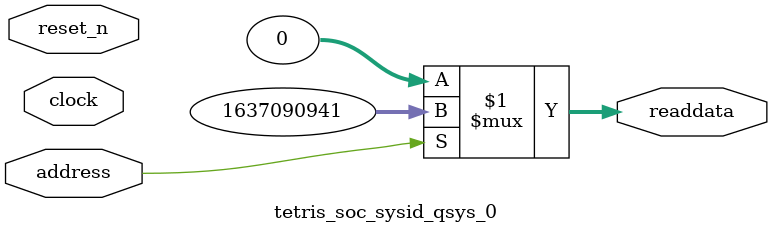
<source format=v>



// synthesis translate_off
`timescale 1ns / 1ps
// synthesis translate_on

// turn off superfluous verilog processor warnings 
// altera message_level Level1 
// altera message_off 10034 10035 10036 10037 10230 10240 10030 

module tetris_soc_sysid_qsys_0 (
               // inputs:
                address,
                clock,
                reset_n,

               // outputs:
                readdata
             )
;

  output  [ 31: 0] readdata;
  input            address;
  input            clock;
  input            reset_n;

  wire    [ 31: 0] readdata;
  //control_slave, which is an e_avalon_slave
  assign readdata = address ? 1637090941 : 0;

endmodule



</source>
